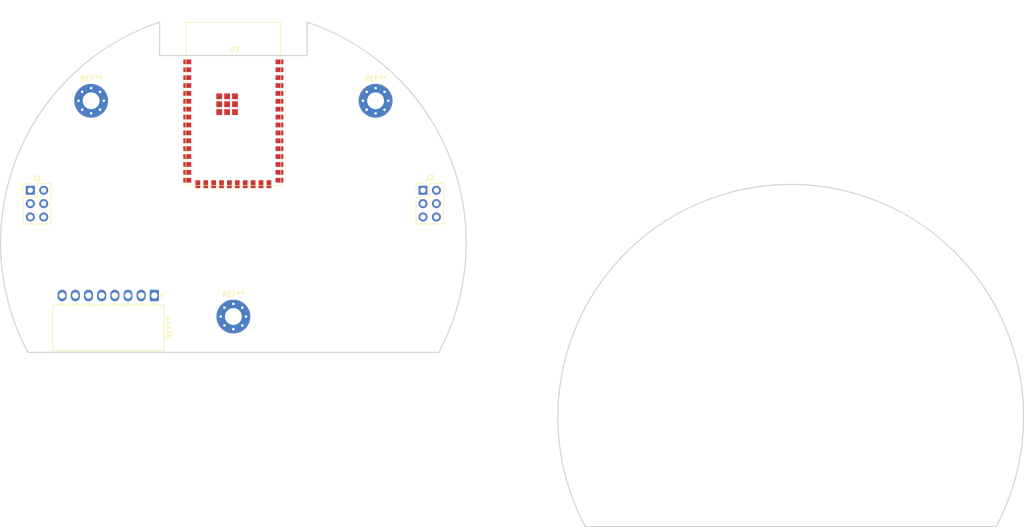
<source format=kicad_pcb>
(kicad_pcb (version 20171130) (host pcbnew "(5.1.10)-1")

  (general
    (thickness 1.6)
    (drawings 10)
    (tracks 0)
    (zones 0)
    (modules 7)
    (nets 48)
  )

  (page A4)
  (layers
    (0 F.Cu signal)
    (31 B.Cu signal)
    (32 B.Adhes user)
    (33 F.Adhes user)
    (34 B.Paste user)
    (35 F.Paste user)
    (36 B.SilkS user)
    (37 F.SilkS user)
    (38 B.Mask user)
    (39 F.Mask user)
    (40 Dwgs.User user)
    (41 Cmts.User user)
    (42 Eco1.User user)
    (43 Eco2.User user)
    (44 Edge.Cuts user)
    (45 Margin user)
    (46 B.CrtYd user)
    (47 F.CrtYd user)
    (48 B.Fab user)
    (49 F.Fab user)
  )

  (setup
    (last_trace_width 0.25)
    (trace_clearance 0.2)
    (zone_clearance 0.508)
    (zone_45_only no)
    (trace_min 0.2)
    (via_size 0.8)
    (via_drill 0.4)
    (via_min_size 0.4)
    (via_min_drill 0.3)
    (uvia_size 0.3)
    (uvia_drill 0.1)
    (uvias_allowed no)
    (uvia_min_size 0.2)
    (uvia_min_drill 0.1)
    (edge_width 0.05)
    (segment_width 0.2)
    (pcb_text_width 0.3)
    (pcb_text_size 1.5 1.5)
    (mod_edge_width 0.12)
    (mod_text_size 1 1)
    (mod_text_width 0.15)
    (pad_size 6.4 6.4)
    (pad_drill 3.2)
    (pad_to_mask_clearance 0.05)
    (aux_axis_origin 0 0)
    (visible_elements 7FFFFFFF)
    (pcbplotparams
      (layerselection 0x010fc_ffffffff)
      (usegerberextensions false)
      (usegerberattributes true)
      (usegerberadvancedattributes true)
      (creategerberjobfile true)
      (excludeedgelayer true)
      (linewidth 0.100000)
      (plotframeref false)
      (viasonmask false)
      (mode 1)
      (useauxorigin false)
      (hpglpennumber 1)
      (hpglpenspeed 20)
      (hpglpendiameter 15.000000)
      (psnegative false)
      (psa4output false)
      (plotreference true)
      (plotvalue true)
      (plotinvisibletext false)
      (padsonsilk false)
      (subtractmaskfromsilk false)
      (outputformat 1)
      (mirror false)
      (drillshape 1)
      (scaleselection 1)
      (outputdirectory ""))
  )

  (net 0 "")
  (net 1 GND)
  (net 2 +3V3)
  (net 3 "Net-(C2-Pad1)")
  (net 4 "Net-(C3-Pad2)")
  (net 5 +5V)
  (net 6 /EN)
  (net 7 +BATT)
  (net 8 +12V)
  (net 9 /TMS)
  (net 10 "Net-(R1-Pad1)")
  (net 11 "Net-(R4-Pad1)")
  (net 12 "Net-(R5-Pad1)")
  (net 13 /TCK)
  (net 14 "Net-(U3-Pad31)")
  (net 15 "Net-(U3-Pad27)")
  (net 16 "Net-(U3-Pad30)")
  (net 17 /TDO)
  (net 18 "Net-(U3-Pad28)")
  (net 19 "Net-(U3-Pad32)")
  (net 20 "Net-(U3-Pad37)")
  (net 21 "Net-(U3-Pad29)")
  (net 22 "Net-(U3-Pad38)")
  (net 23 /TDI)
  (net 24 "Net-(U3-Pad39)")
  (net 25 "Net-(U3-Pad40)")
  (net 26 "Net-(U3-Pad25)")
  (net 27 "Net-(U3-Pad24)")
  (net 28 "Net-(U3-Pad20)")
  (net 29 "Net-(U3-Pad17)")
  (net 30 "Net-(U3-Pad15)")
  (net 31 "Net-(U3-Pad16)")
  (net 32 "Net-(U3-Pad13)")
  (net 33 "Net-(U3-Pad14)")
  (net 34 "Net-(U3-Pad11)")
  (net 35 "Net-(U3-Pad12)")
  (net 36 "Net-(U3-Pad9)")
  (net 37 "Net-(U3-Pad10)")
  (net 38 "Net-(U3-Pad7)")
  (net 39 "Net-(U3-Pad8)")
  (net 40 "Net-(U3-Pad5)")
  (net 41 "Net-(U3-Pad6)")
  (net 42 "Net-(U3-Pad3)")
  (net 43 "Net-(U3-Pad4)")
  (net 44 EXTRA1)
  (net 45 SCL_3V3)
  (net 46 EXTRA0)
  (net 47 SDA_3V3)

  (net_class Default "This is the default net class."
    (clearance 0.2)
    (trace_width 0.25)
    (via_dia 0.8)
    (via_drill 0.4)
    (uvia_dia 0.3)
    (uvia_drill 0.1)
    (add_net +12V)
    (add_net +3V3)
    (add_net +5V)
    (add_net +BATT)
    (add_net /EN)
    (add_net /TCK)
    (add_net /TDI)
    (add_net /TDO)
    (add_net /TMS)
    (add_net EXTRA0)
    (add_net EXTRA1)
    (add_net GND)
    (add_net "Net-(C2-Pad1)")
    (add_net "Net-(C3-Pad2)")
    (add_net "Net-(R1-Pad1)")
    (add_net "Net-(R4-Pad1)")
    (add_net "Net-(R5-Pad1)")
    (add_net "Net-(U3-Pad10)")
    (add_net "Net-(U3-Pad11)")
    (add_net "Net-(U3-Pad12)")
    (add_net "Net-(U3-Pad13)")
    (add_net "Net-(U3-Pad14)")
    (add_net "Net-(U3-Pad15)")
    (add_net "Net-(U3-Pad16)")
    (add_net "Net-(U3-Pad17)")
    (add_net "Net-(U3-Pad20)")
    (add_net "Net-(U3-Pad24)")
    (add_net "Net-(U3-Pad25)")
    (add_net "Net-(U3-Pad27)")
    (add_net "Net-(U3-Pad28)")
    (add_net "Net-(U3-Pad29)")
    (add_net "Net-(U3-Pad3)")
    (add_net "Net-(U3-Pad30)")
    (add_net "Net-(U3-Pad31)")
    (add_net "Net-(U3-Pad32)")
    (add_net "Net-(U3-Pad37)")
    (add_net "Net-(U3-Pad38)")
    (add_net "Net-(U3-Pad39)")
    (add_net "Net-(U3-Pad4)")
    (add_net "Net-(U3-Pad40)")
    (add_net "Net-(U3-Pad5)")
    (add_net "Net-(U3-Pad6)")
    (add_net "Net-(U3-Pad7)")
    (add_net "Net-(U3-Pad8)")
    (add_net "Net-(U3-Pad9)")
    (add_net SCL_3V3)
    (add_net SDA_3V3)
  )

  (module Connector_Molex:Molex_Nano-Fit_105313-xx08_1x08_P2.50mm_Horizontal (layer F.Cu) (tedit 5B782416) (tstamp 60C805BF)
    (at 135 110 270)
    (descr "Molex Nano-Fit Power Connectors, 105313-xx08, 8 Pins per row (http://www.molex.com/pdm_docs/sd/1053131208_sd.pdf), generated with kicad-footprint-generator")
    (tags "connector Molex Nano-Fit top entry")
    (fp_text reference REF** (at 6.15 -2.92 90) (layer F.SilkS)
      (effects (font (size 1 1) (thickness 0.15)))
    )
    (fp_text value Molex_Nano-Fit_105313-xx08_1x08_P2.50mm_Horizontal (at 6.15 20.42 90) (layer F.Fab)
      (effects (font (size 1 1) (thickness 0.15)))
    )
    (fp_text user %R (at 6.15 18.52 90) (layer F.Fab)
      (effects (font (size 1 1) (thickness 0.15)))
    )
    (fp_line (start 1.92 -1.72) (end 1.92 19.22) (layer F.Fab) (width 0.1))
    (fp_line (start 1.92 19.22) (end 10.38 19.22) (layer F.Fab) (width 0.1))
    (fp_line (start 10.38 19.22) (end 10.38 -1.72) (layer F.Fab) (width 0.1))
    (fp_line (start 10.38 -1.72) (end 1.92 -1.72) (layer F.Fab) (width 0.1))
    (fp_line (start 1.81 -1.83) (end 1.81 19.33) (layer F.SilkS) (width 0.12))
    (fp_line (start 1.81 19.33) (end 10.49 19.33) (layer F.SilkS) (width 0.12))
    (fp_line (start 10.49 19.33) (end 10.49 -1.83) (layer F.SilkS) (width 0.12))
    (fp_line (start 10.49 -1.83) (end 1.81 -1.83) (layer F.SilkS) (width 0.12))
    (fp_line (start 1.81 0.15) (end 1.81 -0.15) (layer F.SilkS) (width 0.12))
    (fp_line (start 1.81 -0.15) (end 1.36 -0.15) (layer F.SilkS) (width 0.12))
    (fp_line (start 1.36 -0.15) (end 1.36 0.15) (layer F.SilkS) (width 0.12))
    (fp_line (start 1.36 0.15) (end 1.81 0.15) (layer F.SilkS) (width 0.12))
    (fp_line (start 1.81 2.65) (end 1.81 2.35) (layer F.SilkS) (width 0.12))
    (fp_line (start 1.81 2.35) (end 1.36 2.35) (layer F.SilkS) (width 0.12))
    (fp_line (start 1.36 2.35) (end 1.36 2.65) (layer F.SilkS) (width 0.12))
    (fp_line (start 1.36 2.65) (end 1.81 2.65) (layer F.SilkS) (width 0.12))
    (fp_line (start 1.81 5.15) (end 1.81 4.85) (layer F.SilkS) (width 0.12))
    (fp_line (start 1.81 4.85) (end 1.36 4.85) (layer F.SilkS) (width 0.12))
    (fp_line (start 1.36 4.85) (end 1.36 5.15) (layer F.SilkS) (width 0.12))
    (fp_line (start 1.36 5.15) (end 1.81 5.15) (layer F.SilkS) (width 0.12))
    (fp_line (start 1.81 7.65) (end 1.81 7.35) (layer F.SilkS) (width 0.12))
    (fp_line (start 1.81 7.35) (end 1.36 7.35) (layer F.SilkS) (width 0.12))
    (fp_line (start 1.36 7.35) (end 1.36 7.65) (layer F.SilkS) (width 0.12))
    (fp_line (start 1.36 7.65) (end 1.81 7.65) (layer F.SilkS) (width 0.12))
    (fp_line (start 1.81 10.15) (end 1.81 9.85) (layer F.SilkS) (width 0.12))
    (fp_line (start 1.81 9.85) (end 1.36 9.85) (layer F.SilkS) (width 0.12))
    (fp_line (start 1.36 9.85) (end 1.36 10.15) (layer F.SilkS) (width 0.12))
    (fp_line (start 1.36 10.15) (end 1.81 10.15) (layer F.SilkS) (width 0.12))
    (fp_line (start 1.81 12.65) (end 1.81 12.35) (layer F.SilkS) (width 0.12))
    (fp_line (start 1.81 12.35) (end 1.36 12.35) (layer F.SilkS) (width 0.12))
    (fp_line (start 1.36 12.35) (end 1.36 12.65) (layer F.SilkS) (width 0.12))
    (fp_line (start 1.36 12.65) (end 1.81 12.65) (layer F.SilkS) (width 0.12))
    (fp_line (start 1.81 15.15) (end 1.81 14.85) (layer F.SilkS) (width 0.12))
    (fp_line (start 1.81 14.85) (end 1.36 14.85) (layer F.SilkS) (width 0.12))
    (fp_line (start 1.36 14.85) (end 1.36 15.15) (layer F.SilkS) (width 0.12))
    (fp_line (start 1.36 15.15) (end 1.81 15.15) (layer F.SilkS) (width 0.12))
    (fp_line (start 1.81 17.65) (end 1.81 17.35) (layer F.SilkS) (width 0.12))
    (fp_line (start 1.81 17.35) (end 1.36 17.35) (layer F.SilkS) (width 0.12))
    (fp_line (start 1.36 17.35) (end 1.36 17.65) (layer F.SilkS) (width 0.12))
    (fp_line (start 1.36 17.65) (end 1.81 17.65) (layer F.SilkS) (width 0.12))
    (fp_line (start 0 -1.11) (end 0.3 -1.534264) (layer F.SilkS) (width 0.12))
    (fp_line (start 0.3 -1.534264) (end -0.3 -1.534264) (layer F.SilkS) (width 0.12))
    (fp_line (start -0.3 -1.534264) (end 0 -1.11) (layer F.SilkS) (width 0.12))
    (fp_line (start 0 -1.11) (end 0.3 -1.534264) (layer F.Fab) (width 0.1))
    (fp_line (start 0.3 -1.534264) (end -0.3 -1.534264) (layer F.Fab) (width 0.1))
    (fp_line (start -0.3 -1.534264) (end 0 -1.11) (layer F.Fab) (width 0.1))
    (fp_line (start -1.6 -2.22) (end -1.6 19.72) (layer F.CrtYd) (width 0.05))
    (fp_line (start -1.6 19.72) (end 10.88 19.72) (layer F.CrtYd) (width 0.05))
    (fp_line (start 10.88 19.72) (end 10.88 -2.22) (layer F.CrtYd) (width 0.05))
    (fp_line (start 10.88 -2.22) (end -1.6 -2.22) (layer F.CrtYd) (width 0.05))
    (pad "" np_thru_hole circle (at 7.18 17.5 270) (size 1.7 1.7) (drill 1.7) (layers *.Cu *.Mask))
    (pad "" np_thru_hole circle (at 7.18 0 270) (size 1.7 1.7) (drill 1.7) (layers *.Cu *.Mask))
    (pad 8 thru_hole oval (at 0 17.5 270) (size 2.2 1.7) (drill 1.2) (layers *.Cu *.Mask))
    (pad 7 thru_hole oval (at 0 15 270) (size 2.2 1.7) (drill 1.2) (layers *.Cu *.Mask))
    (pad 6 thru_hole oval (at 0 12.5 270) (size 2.2 1.7) (drill 1.2) (layers *.Cu *.Mask))
    (pad 5 thru_hole oval (at 0 10 270) (size 2.2 1.7) (drill 1.2) (layers *.Cu *.Mask))
    (pad 4 thru_hole oval (at 0 7.5 270) (size 2.2 1.7) (drill 1.2) (layers *.Cu *.Mask))
    (pad 3 thru_hole oval (at 0 5 270) (size 2.2 1.7) (drill 1.2) (layers *.Cu *.Mask))
    (pad 2 thru_hole oval (at 0 2.5 270) (size 2.2 1.7) (drill 1.2) (layers *.Cu *.Mask))
    (pad 1 thru_hole roundrect (at 0 0 270) (size 2.2 1.7) (drill 1.2) (layers *.Cu *.Mask) (roundrect_rratio 0.147059))
    (model ${KISYS3DMOD}/Connector_Molex.3dshapes/Molex_Nano-Fit_105313-xx08_1x08_P2.50mm_Horizontal.wrl
      (at (xyz 0 0 0))
      (scale (xyz 1 1 1))
      (rotate (xyz 0 0 0))
    )
  )

  (module MountingHole:MountingHole_3.2mm_M3_Pad_Via (layer F.Cu) (tedit 60BFD797) (tstamp 60C11D1A)
    (at 150 114)
    (descr "Mounting Hole 3.2mm, M3")
    (tags "mounting hole 3.2mm m3")
    (attr virtual)
    (fp_text reference REF** (at 0 -4.2) (layer F.SilkS)
      (effects (font (size 1 1) (thickness 0.15)))
    )
    (fp_text value MountingHole_3.2mm_M3_Pad_Via (at 0 4.2) (layer F.Fab)
      (effects (font (size 1 1) (thickness 0.15)))
    )
    (fp_circle (center 0 0) (end 3.45 0) (layer F.CrtYd) (width 0.05))
    (fp_circle (center 0 0) (end 3.2 0) (layer Cmts.User) (width 0.15))
    (fp_text user %R (at 0.3 0) (layer F.Fab)
      (effects (font (size 1 1) (thickness 0.15)))
    )
    (pad 1 thru_hole circle (at 1.697056 -1.697056) (size 0.8 0.8) (drill 0.5) (layers *.Cu *.Mask))
    (pad 1 thru_hole circle (at 0 -2.4) (size 0.8 0.8) (drill 0.5) (layers *.Cu *.Mask))
    (pad 1 thru_hole circle (at -1.697056 -1.697056) (size 0.8 0.8) (drill 0.5) (layers *.Cu *.Mask))
    (pad 1 thru_hole circle (at -2.4 0) (size 0.8 0.8) (drill 0.5) (layers *.Cu *.Mask))
    (pad 1 thru_hole circle (at -1.697056 1.697056) (size 0.8 0.8) (drill 0.5) (layers *.Cu *.Mask))
    (pad 1 thru_hole circle (at 0 2.4) (size 0.8 0.8) (drill 0.5) (layers *.Cu *.Mask))
    (pad 1 thru_hole circle (at 1.697056 1.697056) (size 0.8 0.8) (drill 0.5) (layers *.Cu *.Mask))
    (pad 1 thru_hole circle (at 2.4 0) (size 0.8 0.8) (drill 0.5) (layers *.Cu *.Mask))
    (pad 1 thru_hole circle (at 0 0) (size 6.4 6.4) (drill 3.2) (layers *.Cu *.Mask)
      (net 1 GND))
  )

  (module MountingHole:MountingHole_3.2mm_M3_Pad_Via (layer F.Cu) (tedit 60BFD786) (tstamp 60C1194A)
    (at 123 73)
    (descr "Mounting Hole 3.2mm, M3")
    (tags "mounting hole 3.2mm m3")
    (attr virtual)
    (fp_text reference REF** (at 0 -4.2) (layer F.SilkS)
      (effects (font (size 1 1) (thickness 0.15)))
    )
    (fp_text value MountingHole_3.2mm_M3_Pad_Via (at 0 4.2) (layer F.Fab)
      (effects (font (size 1 1) (thickness 0.15)))
    )
    (fp_circle (center 0 0) (end 3.2 0) (layer Cmts.User) (width 0.15))
    (fp_circle (center 0 0) (end 3.45 0) (layer F.CrtYd) (width 0.05))
    (fp_text user %R (at 0.3 0) (layer F.Fab)
      (effects (font (size 1 1) (thickness 0.15)))
    )
    (pad 1 thru_hole circle (at 0 0) (size 6.4 6.4) (drill 3.2) (layers *.Cu *.Mask)
      (net 1 GND))
    (pad 1 thru_hole circle (at 2.4 0) (size 0.8 0.8) (drill 0.5) (layers *.Cu *.Mask))
    (pad 1 thru_hole circle (at 1.697056 1.697056) (size 0.8 0.8) (drill 0.5) (layers *.Cu *.Mask))
    (pad 1 thru_hole circle (at 0 2.4) (size 0.8 0.8) (drill 0.5) (layers *.Cu *.Mask))
    (pad 1 thru_hole circle (at -1.697056 1.697056) (size 0.8 0.8) (drill 0.5) (layers *.Cu *.Mask))
    (pad 1 thru_hole circle (at -2.4 0) (size 0.8 0.8) (drill 0.5) (layers *.Cu *.Mask))
    (pad 1 thru_hole circle (at -1.697056 -1.697056) (size 0.8 0.8) (drill 0.5) (layers *.Cu *.Mask))
    (pad 1 thru_hole circle (at 0 -2.4) (size 0.8 0.8) (drill 0.5) (layers *.Cu *.Mask))
    (pad 1 thru_hole circle (at 1.697056 -1.697056) (size 0.8 0.8) (drill 0.5) (layers *.Cu *.Mask))
  )

  (module MountingHole:MountingHole_3.2mm_M3_Pad_Via (layer F.Cu) (tedit 60BFD78D) (tstamp 60C11917)
    (at 177 73)
    (descr "Mounting Hole 3.2mm, M3")
    (tags "mounting hole 3.2mm m3")
    (attr virtual)
    (fp_text reference REF** (at 0 -4.2) (layer F.SilkS)
      (effects (font (size 1 1) (thickness 0.15)))
    )
    (fp_text value MountingHole_3.2mm_M3_Pad_Via (at 0 4.2) (layer F.Fab)
      (effects (font (size 1 1) (thickness 0.15)))
    )
    (fp_circle (center 0 0) (end 3.45 0) (layer F.CrtYd) (width 0.05))
    (fp_circle (center 0 0) (end 3.2 0) (layer Cmts.User) (width 0.15))
    (fp_text user %R (at 0.3 0) (layer F.Fab)
      (effects (font (size 1 1) (thickness 0.15)))
    )
    (pad 1 thru_hole circle (at 1.697056 -1.697056) (size 0.8 0.8) (drill 0.5) (layers *.Cu *.Mask))
    (pad 1 thru_hole circle (at 0 -2.4) (size 0.8 0.8) (drill 0.5) (layers *.Cu *.Mask))
    (pad 1 thru_hole circle (at -1.697056 -1.697056) (size 0.8 0.8) (drill 0.5) (layers *.Cu *.Mask))
    (pad 1 thru_hole circle (at -2.4 0) (size 0.8 0.8) (drill 0.5) (layers *.Cu *.Mask))
    (pad 1 thru_hole circle (at -1.697056 1.697056) (size 0.8 0.8) (drill 0.5) (layers *.Cu *.Mask))
    (pad 1 thru_hole circle (at 0 2.4) (size 0.8 0.8) (drill 0.5) (layers *.Cu *.Mask))
    (pad 1 thru_hole circle (at 1.697056 1.697056) (size 0.8 0.8) (drill 0.5) (layers *.Cu *.Mask))
    (pad 1 thru_hole circle (at 2.4 0) (size 0.8 0.8) (drill 0.5) (layers *.Cu *.Mask))
    (pad 1 thru_hole circle (at 0 0) (size 6.4 6.4) (drill 3.2) (layers *.Cu *.Mask)
      (net 1 GND))
  )

  (module ESP32-s2:ESP32-S2-WROOM (layer F.Cu) (tedit 5FF727DE) (tstamp 60C1147E)
    (at 141 58.1)
    (path /60AC59BD)
    (fp_text reference U3 (at 9.2 5.2) (layer F.SilkS)
      (effects (font (size 1 1) (thickness 0.15)))
    )
    (fp_text value ESP32-S2-WROOM (at 9.2 4.2) (layer F.Fab)
      (effects (font (size 1 1) (thickness 0.15)))
    )
    (fp_line (start 0 6.3) (end 18 6.3) (layer F.SilkS) (width 0.12))
    (fp_line (start 0 31) (end 0 0) (layer F.SilkS) (width 0.12))
    (fp_line (start 18 31) (end 0 31) (layer F.SilkS) (width 0.12))
    (fp_line (start 18 0) (end 18 31) (layer F.SilkS) (width 0.12))
    (fp_line (start 0 0) (end 18 0) (layer F.SilkS) (width 0.12))
    (pad 43 smd rect (at 6.31 14.05) (size 1.1 1.1) (layers F.Cu F.Paste F.Mask)
      (net 1 GND))
    (pad 43 smd rect (at 6.31 15.55) (size 1.1 1.1) (layers F.Cu F.Paste F.Mask)
      (net 1 GND))
    (pad 43 smd rect (at 6.31 17.05) (size 1.1 1.1) (layers F.Cu F.Paste F.Mask)
      (net 1 GND))
    (pad 43 smd rect (at 9.31 14.05) (size 1.1 1.1) (layers F.Cu F.Paste F.Mask)
      (net 1 GND))
    (pad 43 smd rect (at 9.31 15.55) (size 1.1 1.1) (layers F.Cu F.Paste F.Mask)
      (net 1 GND))
    (pad 43 smd rect (at 9.31 17.05) (size 1.1 1.1) (layers F.Cu F.Paste F.Mask)
      (net 1 GND))
    (pad 43 smd rect (at 7.81 17.05) (size 1.1 1.1) (layers F.Cu F.Paste F.Mask)
      (net 1 GND))
    (pad 43 smd rect (at 7.81 14.05) (size 1.1 1.1) (layers F.Cu F.Paste F.Mask)
      (net 1 GND))
    (pad 43 smd rect (at 7.81 15.55) (size 1.1 1.1) (layers F.Cu F.Paste F.Mask)
      (net 1 GND))
    (pad 31 smd rect (at 17.75 24) (size 1.5 0.9) (layers F.Cu F.Paste F.Mask)
      (net 14 "Net-(U3-Pad31)"))
    (pad 42 smd rect (at 17.75 7.5) (size 1.5 0.9) (layers F.Cu F.Paste F.Mask)
      (net 1 GND))
    (pad 27 smd rect (at 17.75 30) (size 1.5 0.9) (layers F.Cu F.Paste F.Mask)
      (net 15 "Net-(U3-Pad27)"))
    (pad 41 smd rect (at 17.75 9) (size 1.5 0.9) (layers F.Cu F.Paste F.Mask)
      (net 6 /EN))
    (pad 30 smd rect (at 17.75 25.5) (size 1.5 0.9) (layers F.Cu F.Paste F.Mask)
      (net 16 "Net-(U3-Pad30)"))
    (pad 34 smd rect (at 17.75 19.5) (size 1.5 0.9) (layers F.Cu F.Paste F.Mask)
      (net 17 /TDO))
    (pad 28 smd rect (at 17.75 28.5) (size 1.5 0.9) (layers F.Cu F.Paste F.Mask)
      (net 18 "Net-(U3-Pad28)"))
    (pad 32 smd rect (at 17.75 22.5) (size 1.5 0.9) (layers F.Cu F.Paste F.Mask)
      (net 19 "Net-(U3-Pad32)"))
    (pad 37 smd rect (at 17.75 15) (size 1.5 0.9) (layers F.Cu F.Paste F.Mask)
      (net 20 "Net-(U3-Pad37)"))
    (pad 29 smd rect (at 17.75 27) (size 1.5 0.9) (layers F.Cu F.Paste F.Mask)
      (net 21 "Net-(U3-Pad29)"))
    (pad 38 smd rect (at 17.75 13.5) (size 1.5 0.9) (layers F.Cu F.Paste F.Mask)
      (net 22 "Net-(U3-Pad38)"))
    (pad 36 smd rect (at 17.75 16.5) (size 1.5 0.9) (layers F.Cu F.Paste F.Mask)
      (net 9 /TMS))
    (pad 33 smd rect (at 17.75 21) (size 1.5 0.9) (layers F.Cu F.Paste F.Mask)
      (net 13 /TCK))
    (pad 35 smd rect (at 17.75 18) (size 1.5 0.9) (layers F.Cu F.Paste F.Mask)
      (net 23 /TDI))
    (pad 39 smd rect (at 17.75 12) (size 1.5 0.9) (layers F.Cu F.Paste F.Mask)
      (net 24 "Net-(U3-Pad39)"))
    (pad 40 smd rect (at 17.75 10.5) (size 1.5 0.9) (layers F.Cu F.Paste F.Mask)
      (net 25 "Net-(U3-Pad40)"))
    (pad 25 smd rect (at 14.25 30.75 90) (size 1.5 0.9) (layers F.Cu F.Paste F.Mask)
      (net 26 "Net-(U3-Pad25)"))
    (pad 26 smd rect (at 15.75 30.75 90) (size 1.5 0.9) (layers F.Cu F.Paste F.Mask)
      (net 1 GND))
    (pad 23 smd rect (at 11.25 30.75 90) (size 1.5 0.9) (layers F.Cu F.Paste F.Mask)
      (net 11 "Net-(R4-Pad1)"))
    (pad 24 smd rect (at 12.75 30.75 90) (size 1.5 0.9) (layers F.Cu F.Paste F.Mask)
      (net 27 "Net-(U3-Pad24)"))
    (pad 21 smd rect (at 8.25 30.75 90) (size 1.5 0.9) (layers F.Cu F.Paste F.Mask)
      (net 10 "Net-(R1-Pad1)"))
    (pad 22 smd rect (at 9.75 30.75 90) (size 1.5 0.9) (layers F.Cu F.Paste F.Mask)
      (net 12 "Net-(R5-Pad1)"))
    (pad 19 smd rect (at 5.25 30.75 90) (size 1.5 0.9) (layers F.Cu F.Paste F.Mask)
      (net 4 "Net-(C3-Pad2)"))
    (pad 20 smd rect (at 6.75 30.75 90) (size 1.5 0.9) (layers F.Cu F.Paste F.Mask)
      (net 28 "Net-(U3-Pad20)"))
    (pad 18 smd rect (at 3.75 30.75 90) (size 1.5 0.9) (layers F.Cu F.Paste F.Mask)
      (net 3 "Net-(C2-Pad1)"))
    (pad 17 smd rect (at 2.25 30.75 90) (size 1.5 0.9) (layers F.Cu F.Paste F.Mask)
      (net 29 "Net-(U3-Pad17)"))
    (pad 15 smd rect (at 0.25 28.5) (size 1.5 0.9) (layers F.Cu F.Paste F.Mask)
      (net 30 "Net-(U3-Pad15)"))
    (pad 16 smd rect (at 0.25 30) (size 1.5 0.9) (layers F.Cu F.Paste F.Mask)
      (net 31 "Net-(U3-Pad16)"))
    (pad 13 smd rect (at 0.25 25.5) (size 1.5 0.9) (layers F.Cu F.Paste F.Mask)
      (net 32 "Net-(U3-Pad13)"))
    (pad 14 smd rect (at 0.25 27) (size 1.5 0.9) (layers F.Cu F.Paste F.Mask)
      (net 33 "Net-(U3-Pad14)"))
    (pad 11 smd rect (at 0.25 22.5) (size 1.5 0.9) (layers F.Cu F.Paste F.Mask)
      (net 34 "Net-(U3-Pad11)"))
    (pad 12 smd rect (at 0.25 24) (size 1.5 0.9) (layers F.Cu F.Paste F.Mask)
      (net 35 "Net-(U3-Pad12)"))
    (pad 9 smd rect (at 0.25 19.5) (size 1.5 0.9) (layers F.Cu F.Paste F.Mask)
      (net 36 "Net-(U3-Pad9)"))
    (pad 10 smd rect (at 0.25 21) (size 1.5 0.9) (layers F.Cu F.Paste F.Mask)
      (net 37 "Net-(U3-Pad10)"))
    (pad 7 smd rect (at 0.25 16.5) (size 1.5 0.9) (layers F.Cu F.Paste F.Mask)
      (net 38 "Net-(U3-Pad7)"))
    (pad 8 smd rect (at 0.25 18) (size 1.5 0.9) (layers F.Cu F.Paste F.Mask)
      (net 39 "Net-(U3-Pad8)"))
    (pad 5 smd rect (at 0.25 13.5) (size 1.5 0.9) (layers F.Cu F.Paste F.Mask)
      (net 40 "Net-(U3-Pad5)"))
    (pad 6 smd rect (at 0.25 15) (size 1.5 0.9) (layers F.Cu F.Paste F.Mask)
      (net 41 "Net-(U3-Pad6)"))
    (pad 3 smd rect (at 0.25 10.5) (size 1.5 0.9) (layers F.Cu F.Paste F.Mask)
      (net 42 "Net-(U3-Pad3)"))
    (pad 4 smd rect (at 0.25 12) (size 1.5 0.9) (layers F.Cu F.Paste F.Mask)
      (net 43 "Net-(U3-Pad4)"))
    (pad 2 smd rect (at 0.25 9) (size 1.5 0.9) (layers F.Cu F.Paste F.Mask)
      (net 2 +3V3))
    (pad 1 smd rect (at 0.25 7.5) (size 1.5 0.9) (layers F.Cu F.Paste F.Mask)
      (net 1 GND))
    (model ${KIPRJMOD}/3d/ESP32-S2-WROVER.STEP
      (offset (xyz 9 -15.5 0))
      (scale (xyz 1 1 1))
      (rotate (xyz 0 0 0))
    )
  )

  (module Connector_PinHeader_2.54mm:PinHeader_2x03_P2.54mm_Vertical (layer F.Cu) (tedit 59FED5CC) (tstamp 60C10337)
    (at 111.46 90)
    (descr "Through hole straight pin header, 2x03, 2.54mm pitch, double rows")
    (tags "Through hole pin header THT 2x03 2.54mm double row")
    (path /60C0F0F0)
    (fp_text reference J1 (at 1.27 -2.33) (layer F.SilkS)
      (effects (font (size 1 1) (thickness 0.15)))
    )
    (fp_text value "Power Header" (at 1.27 7.41) (layer F.Fab)
      (effects (font (size 1 1) (thickness 0.15)))
    )
    (fp_line (start 0 -1.27) (end 3.81 -1.27) (layer F.Fab) (width 0.1))
    (fp_line (start 3.81 -1.27) (end 3.81 6.35) (layer F.Fab) (width 0.1))
    (fp_line (start 3.81 6.35) (end -1.27 6.35) (layer F.Fab) (width 0.1))
    (fp_line (start -1.27 6.35) (end -1.27 0) (layer F.Fab) (width 0.1))
    (fp_line (start -1.27 0) (end 0 -1.27) (layer F.Fab) (width 0.1))
    (fp_line (start -1.33 6.41) (end 3.87 6.41) (layer F.SilkS) (width 0.12))
    (fp_line (start -1.33 1.27) (end -1.33 6.41) (layer F.SilkS) (width 0.12))
    (fp_line (start 3.87 -1.33) (end 3.87 6.41) (layer F.SilkS) (width 0.12))
    (fp_line (start -1.33 1.27) (end 1.27 1.27) (layer F.SilkS) (width 0.12))
    (fp_line (start 1.27 1.27) (end 1.27 -1.33) (layer F.SilkS) (width 0.12))
    (fp_line (start 1.27 -1.33) (end 3.87 -1.33) (layer F.SilkS) (width 0.12))
    (fp_line (start -1.33 0) (end -1.33 -1.33) (layer F.SilkS) (width 0.12))
    (fp_line (start -1.33 -1.33) (end 0 -1.33) (layer F.SilkS) (width 0.12))
    (fp_line (start -1.8 -1.8) (end -1.8 6.85) (layer F.CrtYd) (width 0.05))
    (fp_line (start -1.8 6.85) (end 4.35 6.85) (layer F.CrtYd) (width 0.05))
    (fp_line (start 4.35 6.85) (end 4.35 -1.8) (layer F.CrtYd) (width 0.05))
    (fp_line (start 4.35 -1.8) (end -1.8 -1.8) (layer F.CrtYd) (width 0.05))
    (fp_text user %R (at 1.27 2.54 90) (layer F.Fab)
      (effects (font (size 1 1) (thickness 0.15)))
    )
    (pad 1 thru_hole rect (at 0 0) (size 1.7 1.7) (drill 1) (layers *.Cu *.Mask)
      (net 7 +BATT))
    (pad 2 thru_hole oval (at 2.54 0) (size 1.7 1.7) (drill 1) (layers *.Cu *.Mask)
      (net 5 +5V))
    (pad 3 thru_hole oval (at 0 2.54) (size 1.7 1.7) (drill 1) (layers *.Cu *.Mask)
      (net 8 +12V))
    (pad 4 thru_hole oval (at 2.54 2.54) (size 1.7 1.7) (drill 1) (layers *.Cu *.Mask)
      (net 2 +3V3))
    (pad 5 thru_hole oval (at 0 5.08) (size 1.7 1.7) (drill 1) (layers *.Cu *.Mask)
      (net 1 GND))
    (pad 6 thru_hole oval (at 2.54 5.08) (size 1.7 1.7) (drill 1) (layers *.Cu *.Mask)
      (net 1 GND))
    (model ${KISYS3DMOD}/Connector_PinHeader_2.54mm.3dshapes/PinHeader_2x03_P2.54mm_Vertical.wrl
      (at (xyz 0 0 0))
      (scale (xyz 1 1 1))
      (rotate (xyz 0 0 0))
    )
  )

  (module Connector_PinHeader_2.54mm:PinHeader_2x03_P2.54mm_Vertical (layer F.Cu) (tedit 59FED5CC) (tstamp 60C11BE3)
    (at 186 90)
    (descr "Through hole straight pin header, 2x03, 2.54mm pitch, double rows")
    (tags "Through hole pin header THT 2x03 2.54mm double row")
    (path /60C3362E)
    (fp_text reference J2 (at 1.27 -2.33) (layer F.SilkS)
      (effects (font (size 1 1) (thickness 0.15)))
    )
    (fp_text value "Signal Header" (at 1.27 7.41) (layer F.Fab)
      (effects (font (size 1 1) (thickness 0.15)))
    )
    (fp_line (start 4.35 -1.8) (end -1.8 -1.8) (layer F.CrtYd) (width 0.05))
    (fp_line (start 4.35 6.85) (end 4.35 -1.8) (layer F.CrtYd) (width 0.05))
    (fp_line (start -1.8 6.85) (end 4.35 6.85) (layer F.CrtYd) (width 0.05))
    (fp_line (start -1.8 -1.8) (end -1.8 6.85) (layer F.CrtYd) (width 0.05))
    (fp_line (start -1.33 -1.33) (end 0 -1.33) (layer F.SilkS) (width 0.12))
    (fp_line (start -1.33 0) (end -1.33 -1.33) (layer F.SilkS) (width 0.12))
    (fp_line (start 1.27 -1.33) (end 3.87 -1.33) (layer F.SilkS) (width 0.12))
    (fp_line (start 1.27 1.27) (end 1.27 -1.33) (layer F.SilkS) (width 0.12))
    (fp_line (start -1.33 1.27) (end 1.27 1.27) (layer F.SilkS) (width 0.12))
    (fp_line (start 3.87 -1.33) (end 3.87 6.41) (layer F.SilkS) (width 0.12))
    (fp_line (start -1.33 1.27) (end -1.33 6.41) (layer F.SilkS) (width 0.12))
    (fp_line (start -1.33 6.41) (end 3.87 6.41) (layer F.SilkS) (width 0.12))
    (fp_line (start -1.27 0) (end 0 -1.27) (layer F.Fab) (width 0.1))
    (fp_line (start -1.27 6.35) (end -1.27 0) (layer F.Fab) (width 0.1))
    (fp_line (start 3.81 6.35) (end -1.27 6.35) (layer F.Fab) (width 0.1))
    (fp_line (start 3.81 -1.27) (end 3.81 6.35) (layer F.Fab) (width 0.1))
    (fp_line (start 0 -1.27) (end 3.81 -1.27) (layer F.Fab) (width 0.1))
    (fp_text user %R (at 1.27 2.54 90) (layer F.Fab)
      (effects (font (size 1 1) (thickness 0.15)))
    )
    (pad 6 thru_hole oval (at 2.54 5.08) (size 1.7 1.7) (drill 1) (layers *.Cu *.Mask)
      (net 1 GND))
    (pad 5 thru_hole oval (at 0 5.08) (size 1.7 1.7) (drill 1) (layers *.Cu *.Mask)
      (net 1 GND))
    (pad 4 thru_hole oval (at 2.54 2.54) (size 1.7 1.7) (drill 1) (layers *.Cu *.Mask)
      (net 44 EXTRA1))
    (pad 3 thru_hole oval (at 0 2.54) (size 1.7 1.7) (drill 1) (layers *.Cu *.Mask)
      (net 45 SCL_3V3))
    (pad 2 thru_hole oval (at 2.54 0) (size 1.7 1.7) (drill 1) (layers *.Cu *.Mask)
      (net 46 EXTRA0))
    (pad 1 thru_hole rect (at 0 0) (size 1.7 1.7) (drill 1) (layers *.Cu *.Mask)
      (net 47 SDA_3V3))
    (model ${KISYS3DMOD}/Connector_PinHeader_2.54mm.3dshapes/PinHeader_2x03_P2.54mm_Vertical.wrl
      (at (xyz 0 0 0))
      (scale (xyz 1 1 1))
      (rotate (xyz 0 0 0))
    )
  )

  (gr_line (start 216.8 153.9) (end 294.8 153.9) (layer Edge.Cuts) (width 0.2) (tstamp 60C92076))
  (gr_arc (start 255.8 133.1) (end 294.8 153.9) (angle -236.1449739) (layer Edge.Cuts) (width 0.2) (tstamp 60C91DE1))
  (gr_arc (start 150 100) (end 189 120.8) (angle -99.6) (layer Edge.Cuts) (width 0.2) (tstamp 60C91C52))
  (gr_arc (start 150 100) (end 111 120.8) (angle 99.6) (layer Edge.Cuts) (width 0.2))
  (gr_line (start 135.995264 64.4) (end 135.995264 58.077365) (layer Edge.Cuts) (width 0.2) (tstamp 60C91A88))
  (gr_line (start 164 64.4) (end 136 64.4) (layer Edge.Cuts) (width 0.2) (tstamp 60C91A87))
  (gr_line (start 164.004736 64.4) (end 164.004736 58.077365) (layer Edge.Cuts) (width 0.2) (tstamp 60C91A86))
  (gr_line (start 136 58) (end 164 58) (layer Cmts.User) (width 0.15) (tstamp 60C91EB4))
  (gr_text "Antenna Cutout" (at 141.7 54.7) (layer Cmts.User)
    (effects (font (size 1 1) (thickness 0.15)))
  )
  (gr_line (start 111 120.8) (end 189 120.8) (layer Edge.Cuts) (width 0.2) (tstamp 60C0C93D))

)

</source>
